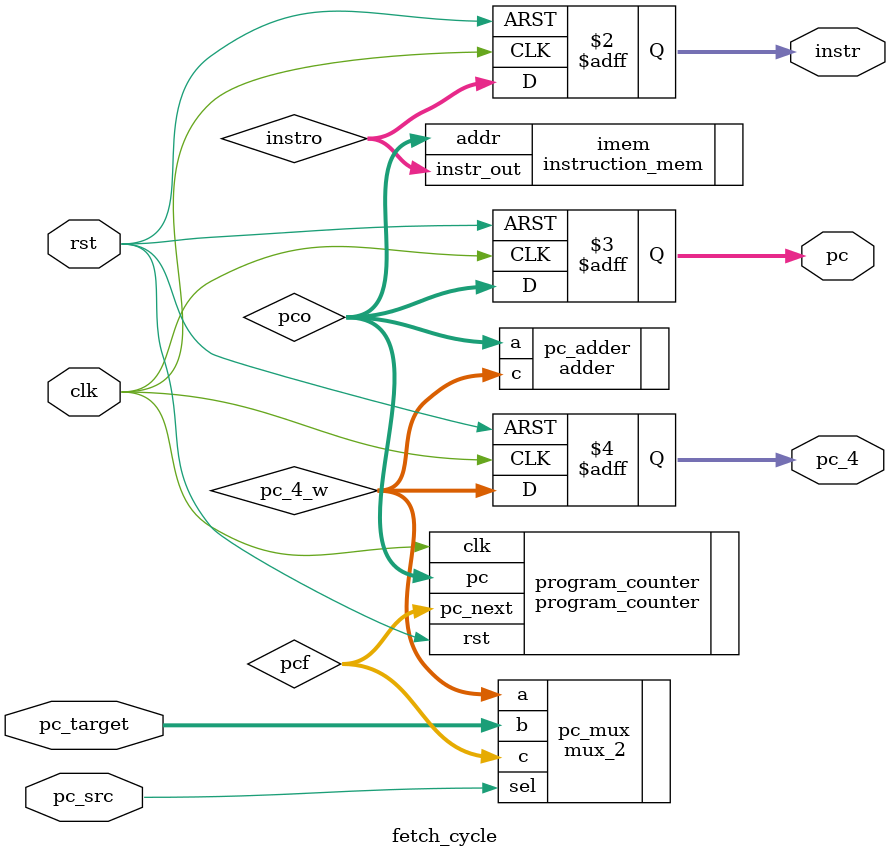
<source format=sv>
module fetch_cycle(
    clk,
    rst,
    pc_src,
    pc_target,
    instr,
    pc,
    pc_4
);

localparam INSTR_SIZE = 32;


input logic clk;
input logic rst;
input logic pc_src;
input logic [INSTR_SIZE-1:0] pc_target;
output logic [INSTR_SIZE-1:0] instr;
output logic [INSTR_SIZE-1:0] pc;
output logic [INSTR_SIZE-1:0] pc_4;

 

logic [31:0] pc_4_w;
logic [31:0] pcf;
logic [31:0] pco;
logic [31:0] instro;


mux_2 pc_mux(
    .a(pc_4_w),
    .b(pc_target),
    .sel(pc_src),
    .c(pcf)
);

program_counter program_counter(
    .clk(clk),
    .rst(rst),
    .pc_next(pcf),
    .pc(pco)
);

instruction_mem imem(
    .addr(pco),
    .instr_out(instro)
);

adder pc_adder(
    .a(pco),
    .c(pc_4_w)
);


always_ff @(posedge clk, posedge rst) begin
    if(rst) begin
        instr<=32'b0;
        pc<=32'b0;
        pc_4<=32'b0;

    end
    else begin
        instr<=instro;
        pc<=pco;
        pc_4<=pc_4_w;
    end

end


endmodule

</source>
